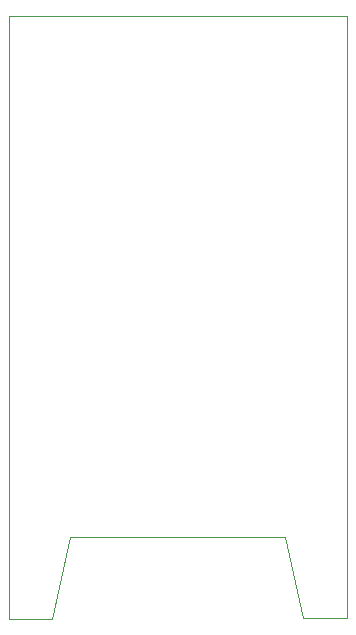
<source format=gm1>
G04 #@! TF.GenerationSoftware,KiCad,Pcbnew,6.0.2+dfsg-1*
G04 #@! TF.CreationDate,2024-02-25T21:37:05-08:00*
G04 #@! TF.ProjectId,cchat,63636861-742e-46b6-9963-61645f706362,rev?*
G04 #@! TF.SameCoordinates,Original*
G04 #@! TF.FileFunction,Profile,NP*
%FSLAX46Y46*%
G04 Gerber Fmt 4.6, Leading zero omitted, Abs format (unit mm)*
G04 Created by KiCad (PCBNEW 6.0.2+dfsg-1) date 2024-02-25 21:37:05*
%MOMM*%
%LPD*%
G01*
G04 APERTURE LIST*
G04 #@! TA.AperFunction,Profile*
%ADD10C,0.100000*%
G04 #@! TD*
G04 APERTURE END LIST*
D10*
X141200000Y-126900000D02*
X137500000Y-126900000D01*
X137500000Y-126900000D02*
X136000000Y-120000000D01*
X136000000Y-120000000D02*
X117800000Y-120000000D01*
X117800000Y-120000000D02*
X116200000Y-127000000D01*
X116200000Y-127000000D02*
X112600000Y-127000000D01*
X112600000Y-127000000D02*
X112600000Y-75900000D01*
X112600000Y-75900000D02*
X141200000Y-75900000D01*
X141200000Y-75900000D02*
X141200000Y-126900000D01*
M02*

</source>
